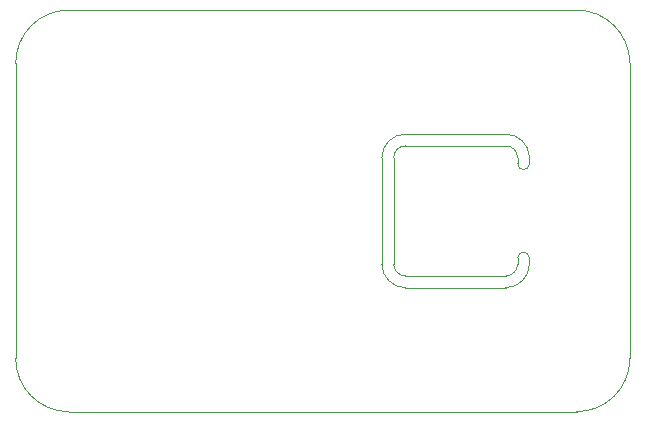
<source format=gbr>
G04 #@! TF.GenerationSoftware,KiCad,Pcbnew,(5.1.5-0-10_14)*
G04 #@! TF.CreationDate,2020-08-04T00:57:44-05:00*
G04 #@! TF.ProjectId,TempHumSensWithESP01,54656d70-4875-46d5-9365-6e7357697468,rev?*
G04 #@! TF.SameCoordinates,Original*
G04 #@! TF.FileFunction,Profile,NP*
%FSLAX46Y46*%
G04 Gerber Fmt 4.6, Leading zero omitted, Abs format (unit mm)*
G04 Created by KiCad (PCBNEW (5.1.5-0-10_14)) date 2020-08-04 00:57:44*
%MOMM*%
%LPD*%
G04 APERTURE LIST*
%ADD10C,0.050000*%
G04 APERTURE END LIST*
D10*
X169000000Y-76500000D02*
X169000000Y-77000000D01*
X168000000Y-77000000D02*
X168000000Y-76500000D01*
X169000000Y-77000000D02*
G75*
G02X167000000Y-79000000I-2000000J0D01*
G01*
X168000000Y-77000000D02*
G75*
G02X167000000Y-78000000I-1000000J0D01*
G01*
X167000000Y-66000000D02*
G75*
G02X169000000Y-68000000I0J-2000000D01*
G01*
X167000000Y-67000000D02*
G75*
G02X168000000Y-68000000I0J-1000000D01*
G01*
X169000000Y-68500000D02*
X169000000Y-68000000D01*
X168000000Y-68500000D02*
X168000000Y-68000000D01*
X169000000Y-68500000D02*
G75*
G02X168000000Y-68500000I-500000J0D01*
G01*
X156500000Y-77000000D02*
X156500000Y-68000000D01*
X158500000Y-79000000D02*
G75*
G02X156500000Y-77000000I0J2000000D01*
G01*
X156500000Y-68000000D02*
G75*
G02X158500000Y-66000000I2000000J0D01*
G01*
X157500000Y-68000000D02*
G75*
G02X158500000Y-67000000I1000000J0D01*
G01*
X158500000Y-78000000D02*
G75*
G02X157500000Y-77000000I0J1000000D01*
G01*
X167000000Y-79000000D02*
X158500000Y-79000000D01*
X158500000Y-66000000D02*
X167000000Y-66000000D01*
X168000000Y-76500000D02*
G75*
G02X169000000Y-76500000I500000J0D01*
G01*
X158500000Y-67000000D02*
X167000000Y-67000000D01*
X157500000Y-77000000D02*
X157500000Y-68000000D01*
X167000000Y-78000000D02*
X158500000Y-78000000D01*
X130000000Y-89500000D02*
X173000000Y-89500000D01*
X173000000Y-55500000D02*
X130000000Y-55500000D01*
X177500000Y-85000000D02*
X177500000Y-60000000D01*
X177500000Y-85000000D02*
G75*
G02X173000000Y-89500000I-4500000J0D01*
G01*
X173000000Y-55500000D02*
G75*
G02X177500000Y-60000000I0J-4500000D01*
G01*
X125500000Y-60000000D02*
X125500000Y-85000000D01*
X125500000Y-60000000D02*
G75*
G02X130000000Y-55500000I4500000J0D01*
G01*
X130000000Y-89500000D02*
G75*
G02X125500000Y-85000000I0J4500000D01*
G01*
M02*

</source>
